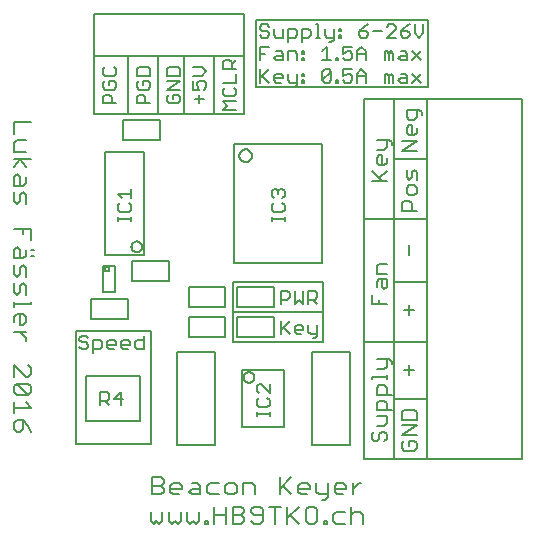
<source format=gto>
G75*
%MOIN*%
%OFA0B0*%
%FSLAX25Y25*%
%IPPOS*%
%LPD*%
%AMOC8*
5,1,8,0,0,1.08239X$1,22.5*
%
%ADD10C,0.00700*%
%ADD11C,0.00591*%
%ADD12C,0.00600*%
%ADD13C,0.00800*%
D10*
X0112252Y0044217D02*
X0112252Y0045652D01*
X0112252Y0044935D02*
X0116556Y0044935D01*
X0116556Y0045652D02*
X0116556Y0044217D01*
X0115839Y0047287D02*
X0112970Y0047287D01*
X0112252Y0048004D01*
X0112252Y0049438D01*
X0112970Y0050156D01*
X0112970Y0051891D02*
X0112252Y0052608D01*
X0112252Y0054042D01*
X0112970Y0054760D01*
X0113687Y0054760D01*
X0116556Y0051891D01*
X0116556Y0054760D01*
X0115839Y0050156D02*
X0116556Y0049438D01*
X0116556Y0048004D01*
X0115839Y0047287D01*
X0150702Y0056372D02*
X0150702Y0057189D01*
X0155606Y0057189D01*
X0155606Y0056372D02*
X0155606Y0058006D01*
X0154789Y0059809D02*
X0152337Y0059809D01*
X0154789Y0059809D02*
X0155606Y0060627D01*
X0155606Y0063079D01*
X0156424Y0063079D02*
X0157241Y0062261D01*
X0157241Y0061444D01*
X0156424Y0063079D02*
X0152337Y0063079D01*
X0161519Y0059412D02*
X0164789Y0059412D01*
X0163154Y0057778D02*
X0163154Y0061047D01*
X0155606Y0053667D02*
X0155606Y0051215D01*
X0157241Y0051215D02*
X0152337Y0051215D01*
X0152337Y0053667D01*
X0153154Y0054485D01*
X0154789Y0054485D01*
X0155606Y0053667D01*
X0154789Y0049328D02*
X0153154Y0049328D01*
X0152337Y0048511D01*
X0152337Y0046059D01*
X0157241Y0046059D01*
X0155606Y0046059D02*
X0155606Y0048511D01*
X0154789Y0049328D01*
X0155606Y0044172D02*
X0152337Y0044172D01*
X0155606Y0044172D02*
X0155606Y0041720D01*
X0154789Y0040902D01*
X0152337Y0040902D01*
X0151519Y0039016D02*
X0150702Y0038198D01*
X0150702Y0036563D01*
X0151519Y0035746D01*
X0152337Y0035746D01*
X0153154Y0036563D01*
X0153154Y0038198D01*
X0153971Y0039016D01*
X0154789Y0039016D01*
X0155606Y0038198D01*
X0155606Y0036563D01*
X0154789Y0035746D01*
X0160702Y0035073D02*
X0160702Y0033439D01*
X0161519Y0032621D01*
X0164789Y0032621D01*
X0165606Y0033439D01*
X0165606Y0035073D01*
X0164789Y0035891D01*
X0163154Y0035891D01*
X0163154Y0034256D01*
X0161519Y0035891D02*
X0160702Y0035073D01*
X0160702Y0037778D02*
X0165606Y0041047D01*
X0160702Y0041047D01*
X0160702Y0042934D02*
X0160702Y0045386D01*
X0161519Y0046204D01*
X0164789Y0046204D01*
X0165606Y0045386D01*
X0165606Y0042934D01*
X0160702Y0042934D01*
X0160702Y0037778D02*
X0165606Y0037778D01*
X0163154Y0077778D02*
X0163154Y0081047D01*
X0161519Y0079412D02*
X0164789Y0079412D01*
X0155606Y0081371D02*
X0150702Y0081371D01*
X0150702Y0084641D01*
X0153154Y0083006D02*
X0153154Y0081371D01*
X0154789Y0086528D02*
X0153971Y0087345D01*
X0153971Y0089797D01*
X0153154Y0089797D02*
X0155606Y0089797D01*
X0155606Y0087345D01*
X0154789Y0086528D01*
X0152337Y0087345D02*
X0152337Y0088980D01*
X0153154Y0089797D01*
X0152337Y0091684D02*
X0152337Y0094136D01*
X0153154Y0094954D01*
X0155606Y0094954D01*
X0155606Y0091684D02*
X0152337Y0091684D01*
X0163154Y0097778D02*
X0163154Y0101047D01*
X0163971Y0112621D02*
X0163971Y0115073D01*
X0163154Y0115891D01*
X0161519Y0115891D01*
X0160702Y0115073D01*
X0160702Y0112621D01*
X0165606Y0112621D01*
X0164789Y0117778D02*
X0163154Y0117778D01*
X0162337Y0118595D01*
X0162337Y0120230D01*
X0163154Y0121047D01*
X0164789Y0121047D01*
X0165606Y0120230D01*
X0165606Y0118595D01*
X0164789Y0117778D01*
X0165606Y0122934D02*
X0165606Y0125386D01*
X0164789Y0126204D01*
X0163971Y0125386D01*
X0163971Y0123751D01*
X0163154Y0122934D01*
X0162337Y0123751D01*
X0162337Y0126204D01*
X0160702Y0132621D02*
X0165606Y0135891D01*
X0160702Y0135891D01*
X0163154Y0137778D02*
X0162337Y0138595D01*
X0162337Y0140230D01*
X0163154Y0141047D01*
X0163971Y0141047D01*
X0163971Y0137778D01*
X0163154Y0137778D02*
X0164789Y0137778D01*
X0165606Y0138595D01*
X0165606Y0140230D01*
X0164789Y0142934D02*
X0163154Y0142934D01*
X0162337Y0143751D01*
X0162337Y0146204D01*
X0166424Y0146204D01*
X0167241Y0145386D01*
X0167241Y0144569D01*
X0165606Y0143751D02*
X0165606Y0146204D01*
X0165606Y0143751D02*
X0164789Y0142934D01*
X0157241Y0135386D02*
X0157241Y0134569D01*
X0157241Y0135386D02*
X0156424Y0136204D01*
X0152337Y0136204D01*
X0155606Y0136204D02*
X0155606Y0133751D01*
X0154789Y0132934D01*
X0152337Y0132934D01*
X0153154Y0131047D02*
X0153971Y0131047D01*
X0153971Y0127778D01*
X0153154Y0127778D02*
X0152337Y0128595D01*
X0152337Y0130230D01*
X0153154Y0131047D01*
X0155606Y0130230D02*
X0155606Y0128595D01*
X0154789Y0127778D01*
X0153154Y0127778D01*
X0150702Y0125891D02*
X0153971Y0122621D01*
X0153154Y0123439D02*
X0155606Y0125891D01*
X0155606Y0122621D02*
X0150702Y0122621D01*
X0160702Y0132621D02*
X0165606Y0132621D01*
X0121556Y0119042D02*
X0121556Y0117608D01*
X0120839Y0116891D01*
X0120839Y0115156D02*
X0121556Y0114438D01*
X0121556Y0113004D01*
X0120839Y0112287D01*
X0117970Y0112287D01*
X0117252Y0113004D01*
X0117252Y0114438D01*
X0117970Y0115156D01*
X0117970Y0116891D02*
X0117252Y0117608D01*
X0117252Y0119042D01*
X0117970Y0119760D01*
X0118687Y0119760D01*
X0119404Y0119042D01*
X0120122Y0119760D01*
X0120839Y0119760D01*
X0121556Y0119042D01*
X0119404Y0119042D02*
X0119404Y0118325D01*
X0117252Y0110652D02*
X0117252Y0109217D01*
X0117252Y0109935D02*
X0121556Y0109935D01*
X0121556Y0110652D02*
X0121556Y0109217D01*
D11*
X0134025Y0095206D02*
X0134025Y0134706D01*
X0104787Y0134706D01*
X0104787Y0095206D01*
X0134025Y0095206D01*
X0134406Y0088756D02*
X0134406Y0078756D01*
X0104406Y0078756D01*
X0104406Y0088756D01*
X0134406Y0088756D01*
X0134406Y0078756D02*
X0134406Y0068756D01*
X0104406Y0068756D01*
X0104406Y0078756D01*
X0105804Y0080409D02*
X0118009Y0080409D01*
X0118009Y0087102D01*
X0105804Y0087102D01*
X0105804Y0080409D01*
X0105804Y0077102D02*
X0105804Y0070409D01*
X0118009Y0070409D01*
X0118009Y0077102D01*
X0105804Y0077102D01*
X0101759Y0077102D02*
X0089554Y0077102D01*
X0089554Y0070409D01*
X0101759Y0070409D01*
X0101759Y0077102D01*
X0101759Y0080409D02*
X0101759Y0087102D01*
X0089554Y0087102D01*
X0089554Y0080409D01*
X0101759Y0080409D01*
X0098205Y0065360D02*
X0085607Y0065360D01*
X0085607Y0034652D01*
X0098205Y0034652D01*
X0098205Y0065360D01*
X0107320Y0059455D02*
X0107320Y0040557D01*
X0121493Y0040557D01*
X0121493Y0059455D01*
X0107320Y0059455D01*
X0107921Y0057093D02*
X0107923Y0057177D01*
X0107929Y0057260D01*
X0107939Y0057344D01*
X0107953Y0057426D01*
X0107971Y0057508D01*
X0107992Y0057589D01*
X0108018Y0057669D01*
X0108047Y0057747D01*
X0108080Y0057825D01*
X0108117Y0057900D01*
X0108157Y0057973D01*
X0108201Y0058045D01*
X0108248Y0058114D01*
X0108298Y0058182D01*
X0108351Y0058246D01*
X0108408Y0058308D01*
X0108467Y0058367D01*
X0108529Y0058424D01*
X0108593Y0058477D01*
X0108661Y0058527D01*
X0108730Y0058574D01*
X0108801Y0058618D01*
X0108875Y0058658D01*
X0108950Y0058695D01*
X0109028Y0058728D01*
X0109106Y0058757D01*
X0109186Y0058783D01*
X0109267Y0058804D01*
X0109349Y0058822D01*
X0109431Y0058836D01*
X0109515Y0058846D01*
X0109598Y0058852D01*
X0109682Y0058854D01*
X0109766Y0058852D01*
X0109849Y0058846D01*
X0109933Y0058836D01*
X0110015Y0058822D01*
X0110097Y0058804D01*
X0110178Y0058783D01*
X0110258Y0058757D01*
X0110336Y0058728D01*
X0110414Y0058695D01*
X0110489Y0058658D01*
X0110562Y0058618D01*
X0110634Y0058574D01*
X0110703Y0058527D01*
X0110771Y0058477D01*
X0110835Y0058424D01*
X0110897Y0058367D01*
X0110956Y0058308D01*
X0111013Y0058246D01*
X0111066Y0058182D01*
X0111116Y0058114D01*
X0111163Y0058045D01*
X0111207Y0057974D01*
X0111247Y0057900D01*
X0111284Y0057825D01*
X0111317Y0057747D01*
X0111346Y0057669D01*
X0111372Y0057589D01*
X0111393Y0057508D01*
X0111411Y0057426D01*
X0111425Y0057344D01*
X0111435Y0057260D01*
X0111441Y0057177D01*
X0111443Y0057093D01*
X0111441Y0057009D01*
X0111435Y0056926D01*
X0111425Y0056842D01*
X0111411Y0056760D01*
X0111393Y0056678D01*
X0111372Y0056597D01*
X0111346Y0056517D01*
X0111317Y0056439D01*
X0111284Y0056361D01*
X0111247Y0056286D01*
X0111207Y0056213D01*
X0111163Y0056141D01*
X0111116Y0056072D01*
X0111066Y0056004D01*
X0111013Y0055940D01*
X0110956Y0055878D01*
X0110897Y0055819D01*
X0110835Y0055762D01*
X0110771Y0055709D01*
X0110703Y0055659D01*
X0110634Y0055612D01*
X0110563Y0055568D01*
X0110489Y0055528D01*
X0110414Y0055491D01*
X0110336Y0055458D01*
X0110258Y0055429D01*
X0110178Y0055403D01*
X0110097Y0055382D01*
X0110015Y0055364D01*
X0109933Y0055350D01*
X0109849Y0055340D01*
X0109766Y0055334D01*
X0109682Y0055332D01*
X0109598Y0055334D01*
X0109515Y0055340D01*
X0109431Y0055350D01*
X0109349Y0055364D01*
X0109267Y0055382D01*
X0109186Y0055403D01*
X0109106Y0055429D01*
X0109028Y0055458D01*
X0108950Y0055491D01*
X0108875Y0055528D01*
X0108802Y0055568D01*
X0108730Y0055612D01*
X0108661Y0055659D01*
X0108593Y0055709D01*
X0108529Y0055762D01*
X0108467Y0055819D01*
X0108408Y0055878D01*
X0108351Y0055940D01*
X0108298Y0056004D01*
X0108248Y0056072D01*
X0108201Y0056141D01*
X0108157Y0056212D01*
X0108117Y0056286D01*
X0108080Y0056361D01*
X0108047Y0056439D01*
X0108018Y0056517D01*
X0107992Y0056597D01*
X0107971Y0056678D01*
X0107953Y0056760D01*
X0107939Y0056842D01*
X0107929Y0056926D01*
X0107923Y0057009D01*
X0107921Y0057093D01*
X0130607Y0065360D02*
X0130607Y0034652D01*
X0143205Y0034652D01*
X0143205Y0065360D01*
X0130607Y0065360D01*
X0148156Y0068756D02*
X0169006Y0068756D01*
X0169006Y0050006D02*
X0158156Y0050006D01*
X0158156Y0088756D01*
X0169006Y0088756D01*
X0158156Y0088756D02*
X0158156Y0130006D01*
X0169006Y0130006D01*
X0158156Y0130006D02*
X0158156Y0150006D01*
X0169406Y0150006D01*
X0169121Y0150006D02*
X0200617Y0150006D01*
X0200617Y0030006D01*
X0169121Y0030006D01*
X0169121Y0150006D01*
X0169406Y0153756D02*
X0111906Y0153756D01*
X0111906Y0176256D01*
X0169406Y0176256D01*
X0169406Y0153756D01*
X0158156Y0150006D02*
X0148156Y0150006D01*
X0148156Y0110006D01*
X0169006Y0110006D01*
X0148156Y0110006D02*
X0148156Y0068756D01*
X0148156Y0030006D01*
X0158156Y0030006D01*
X0158156Y0050006D01*
X0158156Y0030006D02*
X0169406Y0030006D01*
X0083009Y0089159D02*
X0083009Y0095852D01*
X0070804Y0095852D01*
X0070804Y0089159D01*
X0083009Y0089159D01*
X0074652Y0097781D02*
X0061660Y0097781D01*
X0061660Y0132230D01*
X0074652Y0132230D01*
X0074652Y0097781D01*
X0070502Y0100631D02*
X0070504Y0100714D01*
X0070510Y0100798D01*
X0070520Y0100881D01*
X0070533Y0100963D01*
X0070551Y0101045D01*
X0070573Y0101125D01*
X0070598Y0101205D01*
X0070627Y0101283D01*
X0070659Y0101360D01*
X0070696Y0101436D01*
X0070735Y0101509D01*
X0070779Y0101580D01*
X0070825Y0101650D01*
X0070875Y0101717D01*
X0070928Y0101782D01*
X0070983Y0101844D01*
X0071042Y0101903D01*
X0071104Y0101960D01*
X0071168Y0102013D01*
X0071234Y0102064D01*
X0071303Y0102111D01*
X0071374Y0102155D01*
X0071447Y0102196D01*
X0071522Y0102233D01*
X0071598Y0102266D01*
X0071676Y0102296D01*
X0071756Y0102322D01*
X0071836Y0102345D01*
X0071917Y0102363D01*
X0072000Y0102378D01*
X0072082Y0102389D01*
X0072166Y0102396D01*
X0072249Y0102399D01*
X0072333Y0102398D01*
X0072416Y0102393D01*
X0072499Y0102384D01*
X0072582Y0102371D01*
X0072663Y0102355D01*
X0072744Y0102334D01*
X0072824Y0102310D01*
X0072903Y0102282D01*
X0072980Y0102250D01*
X0073056Y0102215D01*
X0073130Y0102176D01*
X0073202Y0102134D01*
X0073272Y0102088D01*
X0073339Y0102039D01*
X0073405Y0101987D01*
X0073467Y0101932D01*
X0073528Y0101874D01*
X0073585Y0101813D01*
X0073639Y0101750D01*
X0073690Y0101684D01*
X0073739Y0101615D01*
X0073783Y0101545D01*
X0073825Y0101472D01*
X0073863Y0101398D01*
X0073897Y0101322D01*
X0073928Y0101244D01*
X0073955Y0101165D01*
X0073979Y0101085D01*
X0073998Y0101004D01*
X0074014Y0100922D01*
X0074026Y0100839D01*
X0074034Y0100756D01*
X0074038Y0100673D01*
X0074038Y0100589D01*
X0074034Y0100506D01*
X0074026Y0100423D01*
X0074014Y0100340D01*
X0073998Y0100258D01*
X0073979Y0100177D01*
X0073955Y0100097D01*
X0073928Y0100018D01*
X0073897Y0099940D01*
X0073863Y0099864D01*
X0073825Y0099790D01*
X0073783Y0099717D01*
X0073739Y0099647D01*
X0073690Y0099578D01*
X0073639Y0099512D01*
X0073585Y0099449D01*
X0073528Y0099388D01*
X0073467Y0099330D01*
X0073405Y0099275D01*
X0073339Y0099223D01*
X0073272Y0099174D01*
X0073202Y0099128D01*
X0073130Y0099086D01*
X0073056Y0099047D01*
X0072980Y0099012D01*
X0072903Y0098980D01*
X0072824Y0098952D01*
X0072744Y0098928D01*
X0072663Y0098907D01*
X0072582Y0098891D01*
X0072499Y0098878D01*
X0072416Y0098869D01*
X0072333Y0098864D01*
X0072249Y0098863D01*
X0072166Y0098866D01*
X0072082Y0098873D01*
X0072000Y0098884D01*
X0071917Y0098899D01*
X0071836Y0098917D01*
X0071756Y0098940D01*
X0071676Y0098966D01*
X0071598Y0098996D01*
X0071522Y0099029D01*
X0071447Y0099066D01*
X0071374Y0099107D01*
X0071303Y0099151D01*
X0071234Y0099198D01*
X0071168Y0099249D01*
X0071104Y0099302D01*
X0071042Y0099359D01*
X0070983Y0099418D01*
X0070928Y0099480D01*
X0070875Y0099545D01*
X0070825Y0099612D01*
X0070779Y0099682D01*
X0070735Y0099753D01*
X0070696Y0099826D01*
X0070659Y0099902D01*
X0070627Y0099979D01*
X0070598Y0100057D01*
X0070573Y0100137D01*
X0070551Y0100217D01*
X0070533Y0100299D01*
X0070520Y0100381D01*
X0070510Y0100464D01*
X0070504Y0100548D01*
X0070502Y0100631D01*
X0065125Y0094337D02*
X0061188Y0094337D01*
X0061188Y0085675D01*
X0065125Y0085675D01*
X0065125Y0094337D01*
X0061582Y0093156D02*
X0061584Y0093212D01*
X0061590Y0093267D01*
X0061600Y0093321D01*
X0061613Y0093375D01*
X0061631Y0093428D01*
X0061652Y0093479D01*
X0061676Y0093529D01*
X0061704Y0093577D01*
X0061736Y0093623D01*
X0061770Y0093667D01*
X0061808Y0093708D01*
X0061848Y0093746D01*
X0061891Y0093781D01*
X0061936Y0093813D01*
X0061984Y0093842D01*
X0062033Y0093868D01*
X0062084Y0093890D01*
X0062136Y0093908D01*
X0062190Y0093922D01*
X0062245Y0093933D01*
X0062300Y0093940D01*
X0062355Y0093943D01*
X0062411Y0093942D01*
X0062466Y0093937D01*
X0062521Y0093928D01*
X0062575Y0093916D01*
X0062628Y0093899D01*
X0062680Y0093879D01*
X0062730Y0093855D01*
X0062778Y0093828D01*
X0062825Y0093798D01*
X0062869Y0093764D01*
X0062911Y0093727D01*
X0062949Y0093687D01*
X0062986Y0093645D01*
X0063019Y0093600D01*
X0063048Y0093554D01*
X0063075Y0093505D01*
X0063097Y0093454D01*
X0063117Y0093402D01*
X0063132Y0093348D01*
X0063144Y0093294D01*
X0063152Y0093239D01*
X0063156Y0093184D01*
X0063156Y0093128D01*
X0063152Y0093073D01*
X0063144Y0093018D01*
X0063132Y0092964D01*
X0063117Y0092910D01*
X0063097Y0092858D01*
X0063075Y0092807D01*
X0063048Y0092758D01*
X0063019Y0092712D01*
X0062986Y0092667D01*
X0062949Y0092625D01*
X0062911Y0092585D01*
X0062869Y0092548D01*
X0062825Y0092514D01*
X0062778Y0092484D01*
X0062730Y0092457D01*
X0062680Y0092433D01*
X0062628Y0092413D01*
X0062575Y0092396D01*
X0062521Y0092384D01*
X0062466Y0092375D01*
X0062411Y0092370D01*
X0062355Y0092369D01*
X0062300Y0092372D01*
X0062245Y0092379D01*
X0062190Y0092390D01*
X0062136Y0092404D01*
X0062084Y0092422D01*
X0062033Y0092444D01*
X0061984Y0092470D01*
X0061936Y0092499D01*
X0061891Y0092531D01*
X0061848Y0092566D01*
X0061808Y0092604D01*
X0061770Y0092645D01*
X0061736Y0092689D01*
X0061704Y0092735D01*
X0061676Y0092783D01*
X0061652Y0092833D01*
X0061631Y0092884D01*
X0061613Y0092937D01*
X0061600Y0092991D01*
X0061590Y0093045D01*
X0061584Y0093100D01*
X0061582Y0093156D01*
X0057054Y0083352D02*
X0057054Y0076659D01*
X0069259Y0076659D01*
X0069259Y0083352D01*
X0057054Y0083352D01*
X0051906Y0072506D02*
X0051906Y0035006D01*
X0076906Y0035006D01*
X0076906Y0072506D01*
X0051906Y0072506D01*
X0055351Y0057486D02*
X0055351Y0042526D01*
X0073461Y0042526D01*
X0073461Y0057486D01*
X0055351Y0057486D01*
X0106481Y0131006D02*
X0106483Y0131098D01*
X0106489Y0131189D01*
X0106499Y0131280D01*
X0106513Y0131371D01*
X0106531Y0131461D01*
X0106553Y0131550D01*
X0106578Y0131637D01*
X0106608Y0131724D01*
X0106641Y0131810D01*
X0106678Y0131893D01*
X0106718Y0131976D01*
X0106762Y0132056D01*
X0106810Y0132134D01*
X0106861Y0132211D01*
X0106915Y0132284D01*
X0106972Y0132356D01*
X0107033Y0132425D01*
X0107096Y0132491D01*
X0107162Y0132554D01*
X0107231Y0132615D01*
X0107303Y0132672D01*
X0107376Y0132726D01*
X0107453Y0132777D01*
X0107531Y0132825D01*
X0107611Y0132869D01*
X0107694Y0132909D01*
X0107777Y0132946D01*
X0107863Y0132979D01*
X0107950Y0133009D01*
X0108037Y0133034D01*
X0108126Y0133056D01*
X0108216Y0133074D01*
X0108307Y0133088D01*
X0108398Y0133098D01*
X0108489Y0133104D01*
X0108581Y0133106D01*
X0108673Y0133104D01*
X0108764Y0133098D01*
X0108855Y0133088D01*
X0108946Y0133074D01*
X0109036Y0133056D01*
X0109125Y0133034D01*
X0109212Y0133009D01*
X0109299Y0132979D01*
X0109385Y0132946D01*
X0109468Y0132909D01*
X0109551Y0132869D01*
X0109631Y0132825D01*
X0109709Y0132777D01*
X0109786Y0132726D01*
X0109859Y0132672D01*
X0109931Y0132615D01*
X0110000Y0132554D01*
X0110066Y0132491D01*
X0110129Y0132425D01*
X0110190Y0132356D01*
X0110247Y0132284D01*
X0110301Y0132211D01*
X0110352Y0132134D01*
X0110400Y0132056D01*
X0110444Y0131976D01*
X0110484Y0131893D01*
X0110521Y0131810D01*
X0110554Y0131724D01*
X0110584Y0131637D01*
X0110609Y0131550D01*
X0110631Y0131461D01*
X0110649Y0131371D01*
X0110663Y0131280D01*
X0110673Y0131189D01*
X0110679Y0131098D01*
X0110681Y0131006D01*
X0110679Y0130914D01*
X0110673Y0130823D01*
X0110663Y0130732D01*
X0110649Y0130641D01*
X0110631Y0130551D01*
X0110609Y0130462D01*
X0110584Y0130375D01*
X0110554Y0130288D01*
X0110521Y0130202D01*
X0110484Y0130119D01*
X0110444Y0130036D01*
X0110400Y0129956D01*
X0110352Y0129878D01*
X0110301Y0129801D01*
X0110247Y0129728D01*
X0110190Y0129656D01*
X0110129Y0129587D01*
X0110066Y0129521D01*
X0110000Y0129458D01*
X0109931Y0129397D01*
X0109859Y0129340D01*
X0109786Y0129286D01*
X0109709Y0129235D01*
X0109631Y0129187D01*
X0109551Y0129143D01*
X0109468Y0129103D01*
X0109385Y0129066D01*
X0109299Y0129033D01*
X0109212Y0129003D01*
X0109125Y0128978D01*
X0109036Y0128956D01*
X0108946Y0128938D01*
X0108855Y0128924D01*
X0108764Y0128914D01*
X0108673Y0128908D01*
X0108581Y0128906D01*
X0108489Y0128908D01*
X0108398Y0128914D01*
X0108307Y0128924D01*
X0108216Y0128938D01*
X0108126Y0128956D01*
X0108037Y0128978D01*
X0107950Y0129003D01*
X0107863Y0129033D01*
X0107777Y0129066D01*
X0107694Y0129103D01*
X0107611Y0129143D01*
X0107531Y0129187D01*
X0107453Y0129235D01*
X0107376Y0129286D01*
X0107303Y0129340D01*
X0107231Y0129397D01*
X0107162Y0129458D01*
X0107096Y0129521D01*
X0107033Y0129587D01*
X0106972Y0129656D01*
X0106915Y0129728D01*
X0106861Y0129801D01*
X0106810Y0129878D01*
X0106762Y0129956D01*
X0106718Y0130036D01*
X0106678Y0130119D01*
X0106641Y0130202D01*
X0106608Y0130288D01*
X0106578Y0130375D01*
X0106553Y0130462D01*
X0106531Y0130551D01*
X0106513Y0130641D01*
X0106499Y0130732D01*
X0106489Y0130823D01*
X0106483Y0130914D01*
X0106481Y0131006D01*
X0108156Y0145006D02*
X0098156Y0145006D01*
X0098156Y0164056D01*
X0088156Y0164056D02*
X0088156Y0145006D01*
X0079406Y0145006D01*
X0079406Y0164056D01*
X0069406Y0164056D02*
X0069406Y0145006D01*
X0058156Y0145006D01*
X0058156Y0164656D01*
X0058156Y0164256D02*
X0058156Y0178256D01*
X0108156Y0178256D01*
X0108156Y0164256D01*
X0058156Y0164256D01*
X0069406Y0145006D02*
X0079406Y0145006D01*
X0079884Y0142727D02*
X0079884Y0136034D01*
X0067679Y0136034D01*
X0067679Y0142727D01*
X0079884Y0142727D01*
X0088156Y0145006D02*
X0098156Y0145006D01*
X0108156Y0145006D02*
X0108156Y0164356D01*
D12*
X0105356Y0162846D02*
X0103888Y0161378D01*
X0103888Y0162112D02*
X0103888Y0159910D01*
X0105356Y0159910D02*
X0100952Y0159910D01*
X0100952Y0162112D01*
X0101686Y0162846D01*
X0103154Y0162846D01*
X0103888Y0162112D01*
X0105356Y0158242D02*
X0105356Y0155306D01*
X0100952Y0155306D01*
X0101686Y0153638D02*
X0100952Y0152904D01*
X0100952Y0151436D01*
X0101686Y0150702D01*
X0104622Y0150702D01*
X0105356Y0151436D01*
X0105356Y0152904D01*
X0104622Y0153638D01*
X0105356Y0149034D02*
X0100952Y0149034D01*
X0102420Y0147566D01*
X0100952Y0146098D01*
X0105356Y0146098D01*
X0113456Y0155306D02*
X0113456Y0159710D01*
X0114190Y0157508D02*
X0116392Y0155306D01*
X0118060Y0156040D02*
X0118060Y0157508D01*
X0118794Y0158242D01*
X0120262Y0158242D01*
X0120996Y0157508D01*
X0120996Y0156774D01*
X0118060Y0156774D01*
X0118060Y0156040D02*
X0118794Y0155306D01*
X0120262Y0155306D01*
X0122664Y0156040D02*
X0123398Y0155306D01*
X0125600Y0155306D01*
X0125600Y0154572D02*
X0124866Y0153838D01*
X0124132Y0153838D01*
X0125600Y0154572D02*
X0125600Y0158242D01*
X0127268Y0158242D02*
X0127268Y0157508D01*
X0128002Y0157508D01*
X0128002Y0158242D01*
X0127268Y0158242D01*
X0127268Y0156040D02*
X0127268Y0155306D01*
X0128002Y0155306D01*
X0128002Y0156040D01*
X0127268Y0156040D01*
X0122664Y0156040D02*
X0122664Y0158242D01*
X0122664Y0162806D02*
X0122664Y0165742D01*
X0124866Y0165742D01*
X0125600Y0165008D01*
X0125600Y0162806D01*
X0127268Y0162806D02*
X0127268Y0163540D01*
X0128002Y0163540D01*
X0128002Y0162806D01*
X0127268Y0162806D01*
X0127268Y0165008D02*
X0127268Y0165742D01*
X0128002Y0165742D01*
X0128002Y0165008D01*
X0127268Y0165008D01*
X0127268Y0168838D02*
X0127268Y0173242D01*
X0129470Y0173242D01*
X0130204Y0172508D01*
X0130204Y0171040D01*
X0129470Y0170306D01*
X0127268Y0170306D01*
X0125600Y0171040D02*
X0124866Y0170306D01*
X0122664Y0170306D01*
X0122664Y0168838D02*
X0122664Y0173242D01*
X0124866Y0173242D01*
X0125600Y0172508D01*
X0125600Y0171040D01*
X0120996Y0170306D02*
X0120996Y0173242D01*
X0118060Y0173242D02*
X0118060Y0171040D01*
X0118794Y0170306D01*
X0120996Y0170306D01*
X0120262Y0165742D02*
X0118794Y0165742D01*
X0120262Y0165742D02*
X0120996Y0165008D01*
X0120996Y0162806D01*
X0118794Y0162806D01*
X0118060Y0163540D01*
X0118794Y0164274D01*
X0120996Y0164274D01*
X0116392Y0167210D02*
X0113456Y0167210D01*
X0113456Y0162806D01*
X0113456Y0165008D02*
X0114924Y0165008D01*
X0114190Y0170306D02*
X0113456Y0171040D01*
X0114190Y0170306D02*
X0115658Y0170306D01*
X0116392Y0171040D01*
X0116392Y0171774D01*
X0115658Y0172508D01*
X0114190Y0172508D01*
X0113456Y0173242D01*
X0113456Y0173976D01*
X0114190Y0174710D01*
X0115658Y0174710D01*
X0116392Y0173976D01*
X0116392Y0159710D02*
X0113456Y0156774D01*
X0095356Y0155206D02*
X0095356Y0153738D01*
X0094622Y0153004D01*
X0093154Y0153004D02*
X0092420Y0154472D01*
X0092420Y0155206D01*
X0093154Y0155940D01*
X0094622Y0155940D01*
X0095356Y0155206D01*
X0093888Y0157608D02*
X0095356Y0159076D01*
X0093888Y0160544D01*
X0090952Y0160544D01*
X0090952Y0157608D02*
X0093888Y0157608D01*
X0090952Y0155940D02*
X0090952Y0153004D01*
X0093154Y0153004D01*
X0093154Y0151336D02*
X0093154Y0148400D01*
X0091686Y0149868D02*
X0094622Y0149868D01*
X0086606Y0149134D02*
X0086606Y0150602D01*
X0085872Y0151336D01*
X0084404Y0151336D01*
X0084404Y0149868D01*
X0082936Y0151336D02*
X0082202Y0150602D01*
X0082202Y0149134D01*
X0082936Y0148400D01*
X0085872Y0148400D01*
X0086606Y0149134D01*
X0086606Y0153004D02*
X0082202Y0153004D01*
X0086606Y0155940D01*
X0082202Y0155940D01*
X0082202Y0157608D02*
X0082202Y0159810D01*
X0082936Y0160544D01*
X0085872Y0160544D01*
X0086606Y0159810D01*
X0086606Y0157608D01*
X0082202Y0157608D01*
X0076606Y0157608D02*
X0076606Y0159810D01*
X0075872Y0160544D01*
X0072936Y0160544D01*
X0072202Y0159810D01*
X0072202Y0157608D01*
X0076606Y0157608D01*
X0075872Y0155940D02*
X0074404Y0155940D01*
X0074404Y0154472D01*
X0072936Y0155940D02*
X0072202Y0155206D01*
X0072202Y0153738D01*
X0072936Y0153004D01*
X0075872Y0153004D01*
X0076606Y0153738D01*
X0076606Y0155206D01*
X0075872Y0155940D01*
X0074404Y0151336D02*
X0072936Y0151336D01*
X0072202Y0150602D01*
X0072202Y0148400D01*
X0076606Y0148400D01*
X0075138Y0148400D02*
X0075138Y0150602D01*
X0074404Y0151336D01*
X0065356Y0153738D02*
X0065356Y0155206D01*
X0064622Y0155940D01*
X0063154Y0155940D01*
X0063154Y0154472D01*
X0061686Y0155940D02*
X0060952Y0155206D01*
X0060952Y0153738D01*
X0061686Y0153004D01*
X0064622Y0153004D01*
X0065356Y0153738D01*
X0063154Y0151336D02*
X0063888Y0150602D01*
X0063888Y0148400D01*
X0065356Y0148400D02*
X0060952Y0148400D01*
X0060952Y0150602D01*
X0061686Y0151336D01*
X0063154Y0151336D01*
X0061686Y0157608D02*
X0064622Y0157608D01*
X0065356Y0158342D01*
X0065356Y0159810D01*
X0064622Y0160544D01*
X0061686Y0160544D02*
X0060952Y0159810D01*
X0060952Y0158342D01*
X0061686Y0157608D01*
X0070356Y0119776D02*
X0070356Y0116841D01*
X0070356Y0118308D02*
X0065952Y0118308D01*
X0067420Y0116841D01*
X0066686Y0115172D02*
X0065952Y0114438D01*
X0065952Y0112971D01*
X0066686Y0112237D01*
X0069622Y0112237D01*
X0070356Y0112971D01*
X0070356Y0114438D01*
X0069622Y0115172D01*
X0070356Y0110635D02*
X0070356Y0109167D01*
X0070356Y0109901D02*
X0065952Y0109901D01*
X0065952Y0109167D02*
X0065952Y0110635D01*
X0074548Y0070960D02*
X0074548Y0066556D01*
X0072346Y0066556D01*
X0071612Y0067290D01*
X0071612Y0068758D01*
X0072346Y0069492D01*
X0074548Y0069492D01*
X0069944Y0068758D02*
X0069944Y0068024D01*
X0067008Y0068024D01*
X0067008Y0068758D02*
X0067742Y0069492D01*
X0069210Y0069492D01*
X0069944Y0068758D01*
X0069210Y0066556D02*
X0067742Y0066556D01*
X0067008Y0067290D01*
X0067008Y0068758D01*
X0065340Y0068758D02*
X0065340Y0068024D01*
X0062404Y0068024D01*
X0062404Y0068758D02*
X0063138Y0069492D01*
X0064606Y0069492D01*
X0065340Y0068758D01*
X0064606Y0066556D02*
X0063138Y0066556D01*
X0062404Y0067290D01*
X0062404Y0068758D01*
X0060736Y0068758D02*
X0060002Y0069492D01*
X0057800Y0069492D01*
X0057800Y0065088D01*
X0057800Y0066556D02*
X0060002Y0066556D01*
X0060736Y0067290D01*
X0060736Y0068758D01*
X0056132Y0068024D02*
X0056132Y0067290D01*
X0055398Y0066556D01*
X0053930Y0066556D01*
X0053196Y0067290D01*
X0053930Y0068758D02*
X0055398Y0068758D01*
X0056132Y0068024D01*
X0056132Y0070226D02*
X0055398Y0070960D01*
X0053930Y0070960D01*
X0053196Y0070226D01*
X0053196Y0069492D01*
X0053930Y0068758D01*
X0060102Y0052210D02*
X0062304Y0052210D01*
X0063038Y0051476D01*
X0063038Y0050008D01*
X0062304Y0049274D01*
X0060102Y0049274D01*
X0060102Y0047806D02*
X0060102Y0052210D01*
X0061570Y0049274D02*
X0063038Y0047806D01*
X0064706Y0050008D02*
X0067642Y0050008D01*
X0066908Y0047806D02*
X0066908Y0052210D01*
X0064706Y0050008D01*
X0120300Y0071556D02*
X0120300Y0075960D01*
X0121034Y0073758D02*
X0123236Y0071556D01*
X0124904Y0072290D02*
X0124904Y0073758D01*
X0125638Y0074492D01*
X0127106Y0074492D01*
X0127840Y0073758D01*
X0127840Y0073024D01*
X0124904Y0073024D01*
X0124904Y0072290D02*
X0125638Y0071556D01*
X0127106Y0071556D01*
X0129508Y0072290D02*
X0129508Y0074492D01*
X0129508Y0072290D02*
X0130242Y0071556D01*
X0132444Y0071556D01*
X0132444Y0070822D02*
X0131710Y0070088D01*
X0130976Y0070088D01*
X0132444Y0070822D02*
X0132444Y0074492D01*
X0132444Y0081556D02*
X0130976Y0083024D01*
X0131710Y0083024D02*
X0129508Y0083024D01*
X0129508Y0081556D02*
X0129508Y0085960D01*
X0131710Y0085960D01*
X0132444Y0085226D01*
X0132444Y0083758D01*
X0131710Y0083024D01*
X0127840Y0081556D02*
X0127840Y0085960D01*
X0124904Y0085960D02*
X0124904Y0081556D01*
X0126372Y0083024D01*
X0127840Y0081556D01*
X0123236Y0083758D02*
X0122502Y0083024D01*
X0120300Y0083024D01*
X0120300Y0081556D02*
X0120300Y0085960D01*
X0122502Y0085960D01*
X0123236Y0085226D01*
X0123236Y0083758D01*
X0123236Y0075960D02*
X0120300Y0073024D01*
X0134908Y0155306D02*
X0134174Y0156040D01*
X0137110Y0158976D01*
X0137110Y0156040D01*
X0136376Y0155306D01*
X0134908Y0155306D01*
X0134174Y0156040D02*
X0134174Y0158976D01*
X0134908Y0159710D01*
X0136376Y0159710D01*
X0137110Y0158976D01*
X0138778Y0156040D02*
X0139512Y0156040D01*
X0139512Y0155306D01*
X0138778Y0155306D01*
X0138778Y0156040D01*
X0141080Y0156040D02*
X0141814Y0155306D01*
X0143282Y0155306D01*
X0144016Y0156040D01*
X0144016Y0157508D01*
X0143282Y0158242D01*
X0142548Y0158242D01*
X0141080Y0157508D01*
X0141080Y0159710D01*
X0144016Y0159710D01*
X0145684Y0158242D02*
X0147152Y0159710D01*
X0148619Y0158242D01*
X0148619Y0155306D01*
X0148619Y0157508D02*
X0145684Y0157508D01*
X0145684Y0158242D02*
X0145684Y0155306D01*
X0145684Y0162806D02*
X0145684Y0165742D01*
X0147152Y0167210D01*
X0148619Y0165742D01*
X0148619Y0162806D01*
X0148619Y0165008D02*
X0145684Y0165008D01*
X0144016Y0165008D02*
X0144016Y0163540D01*
X0143282Y0162806D01*
X0141814Y0162806D01*
X0141080Y0163540D01*
X0141080Y0165008D02*
X0142548Y0165742D01*
X0143282Y0165742D01*
X0144016Y0165008D01*
X0144016Y0167210D02*
X0141080Y0167210D01*
X0141080Y0165008D01*
X0139512Y0163540D02*
X0139512Y0162806D01*
X0138778Y0162806D01*
X0138778Y0163540D01*
X0139512Y0163540D01*
X0137110Y0162806D02*
X0134174Y0162806D01*
X0135642Y0162806D02*
X0135642Y0167210D01*
X0134174Y0165742D01*
X0136409Y0168838D02*
X0137143Y0168838D01*
X0137877Y0169572D01*
X0137877Y0173242D01*
X0139545Y0173242D02*
X0139545Y0172508D01*
X0140279Y0172508D01*
X0140279Y0173242D01*
X0139545Y0173242D01*
X0139545Y0171040D02*
X0139545Y0170306D01*
X0140279Y0170306D01*
X0140279Y0171040D01*
X0139545Y0171040D01*
X0137877Y0170306D02*
X0135675Y0170306D01*
X0134941Y0171040D01*
X0134941Y0173242D01*
X0132606Y0174710D02*
X0132606Y0170306D01*
X0131872Y0170306D02*
X0133340Y0170306D01*
X0132606Y0174710D02*
X0131872Y0174710D01*
X0146451Y0172508D02*
X0146451Y0171040D01*
X0147185Y0170306D01*
X0148653Y0170306D01*
X0149387Y0171040D01*
X0149387Y0171774D01*
X0148653Y0172508D01*
X0146451Y0172508D01*
X0147919Y0173976D01*
X0149387Y0174710D01*
X0151055Y0172508D02*
X0153991Y0172508D01*
X0155659Y0173976D02*
X0156393Y0174710D01*
X0157861Y0174710D01*
X0158595Y0173976D01*
X0158595Y0173242D01*
X0155659Y0170306D01*
X0158595Y0170306D01*
X0160263Y0171040D02*
X0160997Y0170306D01*
X0162465Y0170306D01*
X0163199Y0171040D01*
X0163199Y0171774D01*
X0162465Y0172508D01*
X0160263Y0172508D01*
X0160263Y0171040D01*
X0160263Y0172508D02*
X0161731Y0173976D01*
X0163199Y0174710D01*
X0164867Y0174710D02*
X0164867Y0171774D01*
X0166335Y0170306D01*
X0167802Y0171774D01*
X0167802Y0174710D01*
X0167035Y0165742D02*
X0164099Y0162806D01*
X0162431Y0162806D02*
X0160229Y0162806D01*
X0159495Y0163540D01*
X0160229Y0164274D01*
X0162431Y0164274D01*
X0162431Y0165008D02*
X0162431Y0162806D01*
X0162431Y0165008D02*
X0161697Y0165742D01*
X0160229Y0165742D01*
X0157827Y0165008D02*
X0157827Y0162806D01*
X0156359Y0162806D02*
X0156359Y0165008D01*
X0157093Y0165742D01*
X0157827Y0165008D01*
X0156359Y0165008D02*
X0155625Y0165742D01*
X0154891Y0165742D01*
X0154891Y0162806D01*
X0154891Y0158242D02*
X0155625Y0158242D01*
X0156359Y0157508D01*
X0157093Y0158242D01*
X0157827Y0157508D01*
X0157827Y0155306D01*
X0156359Y0155306D02*
X0156359Y0157508D01*
X0154891Y0158242D02*
X0154891Y0155306D01*
X0159495Y0156040D02*
X0160229Y0156774D01*
X0162431Y0156774D01*
X0162431Y0157508D02*
X0162431Y0155306D01*
X0160229Y0155306D01*
X0159495Y0156040D01*
X0160229Y0158242D02*
X0161697Y0158242D01*
X0162431Y0157508D01*
X0164099Y0158242D02*
X0167035Y0155306D01*
X0164099Y0155306D02*
X0167035Y0158242D01*
X0167035Y0162806D02*
X0164099Y0165742D01*
D13*
X0033284Y0038977D02*
X0032316Y0038977D01*
X0031349Y0039944D01*
X0031349Y0041879D01*
X0032316Y0042847D01*
X0034251Y0042847D01*
X0034251Y0039944D01*
X0033284Y0038977D01*
X0036186Y0040912D02*
X0034251Y0042847D01*
X0036186Y0040912D02*
X0037154Y0038977D01*
X0031349Y0045054D02*
X0031349Y0048924D01*
X0031349Y0046989D02*
X0037154Y0046989D01*
X0035219Y0048924D01*
X0036186Y0051131D02*
X0032316Y0055001D01*
X0031349Y0054034D01*
X0031349Y0052099D01*
X0032316Y0051131D01*
X0036186Y0051131D01*
X0037154Y0052099D01*
X0037154Y0054034D01*
X0036186Y0055001D01*
X0032316Y0055001D01*
X0031349Y0057208D02*
X0031349Y0061078D01*
X0035219Y0057208D01*
X0036186Y0057208D01*
X0037154Y0058176D01*
X0037154Y0060111D01*
X0036186Y0061078D01*
X0035219Y0069317D02*
X0035219Y0070285D01*
X0033284Y0072220D01*
X0031349Y0072220D02*
X0035219Y0072220D01*
X0034251Y0074427D02*
X0033284Y0074427D01*
X0033284Y0078297D01*
X0034251Y0078297D02*
X0035219Y0077330D01*
X0035219Y0075395D01*
X0034251Y0074427D01*
X0031349Y0075395D02*
X0031349Y0077330D01*
X0032316Y0078297D01*
X0034251Y0078297D01*
X0031349Y0080414D02*
X0031349Y0082349D01*
X0031349Y0081381D02*
X0037154Y0081381D01*
X0037154Y0082349D01*
X0035219Y0084556D02*
X0035219Y0087458D01*
X0034251Y0088426D01*
X0033284Y0087458D01*
X0033284Y0085523D01*
X0032316Y0084556D01*
X0031349Y0085523D01*
X0031349Y0088426D01*
X0032316Y0090633D02*
X0033284Y0091600D01*
X0033284Y0093535D01*
X0034251Y0094503D01*
X0035219Y0093535D01*
X0035219Y0090633D01*
X0032316Y0090633D02*
X0031349Y0091600D01*
X0031349Y0094503D01*
X0031349Y0096710D02*
X0031349Y0099613D01*
X0032316Y0100580D01*
X0033284Y0099613D01*
X0033284Y0096710D01*
X0034251Y0096710D02*
X0031349Y0096710D01*
X0034251Y0096710D02*
X0035219Y0097678D01*
X0035219Y0099613D01*
X0037154Y0099613D02*
X0038121Y0099613D01*
X0038121Y0097678D02*
X0037154Y0097678D01*
X0037154Y0102787D02*
X0037154Y0106657D01*
X0031349Y0106657D01*
X0034251Y0106657D02*
X0034251Y0104722D01*
X0035219Y0114942D02*
X0035219Y0117844D01*
X0034251Y0118812D01*
X0033284Y0117844D01*
X0033284Y0115909D01*
X0032316Y0114942D01*
X0031349Y0115909D01*
X0031349Y0118812D01*
X0031349Y0121019D02*
X0031349Y0123921D01*
X0032316Y0124889D01*
X0033284Y0123921D01*
X0033284Y0121019D01*
X0034251Y0121019D02*
X0031349Y0121019D01*
X0034251Y0121019D02*
X0035219Y0121986D01*
X0035219Y0123921D01*
X0035219Y0127051D02*
X0033284Y0129953D01*
X0031349Y0127051D01*
X0031349Y0129953D02*
X0037154Y0129953D01*
X0035219Y0132160D02*
X0031349Y0132160D01*
X0031349Y0135063D01*
X0032316Y0136030D01*
X0035219Y0136030D01*
X0031349Y0138238D02*
X0031349Y0142108D01*
X0037154Y0142108D01*
X0077432Y0023846D02*
X0080335Y0023846D01*
X0081302Y0022878D01*
X0081302Y0021911D01*
X0080335Y0020943D01*
X0077432Y0020943D01*
X0077432Y0018041D02*
X0077432Y0023846D01*
X0080335Y0020943D02*
X0081302Y0019976D01*
X0081302Y0019008D01*
X0080335Y0018041D01*
X0077432Y0018041D01*
X0076926Y0012068D02*
X0076926Y0009166D01*
X0077893Y0008198D01*
X0078861Y0009166D01*
X0079828Y0008198D01*
X0080796Y0009166D01*
X0080796Y0012068D01*
X0083003Y0012068D02*
X0083003Y0009166D01*
X0083970Y0008198D01*
X0084938Y0009166D01*
X0085905Y0008198D01*
X0086873Y0009166D01*
X0086873Y0012068D01*
X0089080Y0012068D02*
X0089080Y0009166D01*
X0090048Y0008198D01*
X0091015Y0009166D01*
X0091983Y0008198D01*
X0092950Y0009166D01*
X0092950Y0012068D01*
X0095157Y0009166D02*
X0096125Y0009166D01*
X0096125Y0008198D01*
X0095157Y0008198D01*
X0095157Y0009166D01*
X0098196Y0008198D02*
X0098196Y0014003D01*
X0098196Y0011101D02*
X0102066Y0011101D01*
X0104273Y0011101D02*
X0107176Y0011101D01*
X0108143Y0010133D01*
X0108143Y0009166D01*
X0107176Y0008198D01*
X0104273Y0008198D01*
X0104273Y0014003D01*
X0107176Y0014003D01*
X0108143Y0013036D01*
X0108143Y0012068D01*
X0107176Y0011101D01*
X0110350Y0012068D02*
X0111318Y0011101D01*
X0114220Y0011101D01*
X0114220Y0013036D02*
X0113253Y0014003D01*
X0111318Y0014003D01*
X0110350Y0013036D01*
X0110350Y0012068D01*
X0110350Y0009166D02*
X0111318Y0008198D01*
X0113253Y0008198D01*
X0114220Y0009166D01*
X0114220Y0013036D01*
X0116427Y0014003D02*
X0120297Y0014003D01*
X0118362Y0014003D02*
X0118362Y0008198D01*
X0122505Y0008198D02*
X0122505Y0014003D01*
X0123472Y0011101D02*
X0126375Y0008198D01*
X0128582Y0009166D02*
X0129549Y0008198D01*
X0131484Y0008198D01*
X0132452Y0009166D01*
X0132452Y0013036D01*
X0131484Y0014003D01*
X0129549Y0014003D01*
X0128582Y0013036D01*
X0128582Y0009166D01*
X0126375Y0014003D02*
X0122505Y0010133D01*
X0123842Y0018041D02*
X0120940Y0020943D01*
X0119972Y0019976D02*
X0123842Y0023846D01*
X0126050Y0020943D02*
X0127017Y0021911D01*
X0128952Y0021911D01*
X0129920Y0020943D01*
X0129920Y0019976D01*
X0126050Y0019976D01*
X0126050Y0020943D02*
X0126050Y0019008D01*
X0127017Y0018041D01*
X0128952Y0018041D01*
X0132127Y0019008D02*
X0132127Y0021911D01*
X0132127Y0019008D02*
X0133094Y0018041D01*
X0135997Y0018041D01*
X0135997Y0017073D02*
X0135029Y0016106D01*
X0134062Y0016106D01*
X0135997Y0017073D02*
X0135997Y0021911D01*
X0138204Y0020943D02*
X0138204Y0019008D01*
X0139171Y0018041D01*
X0141106Y0018041D01*
X0142074Y0019976D02*
X0138204Y0019976D01*
X0138204Y0020943D02*
X0139171Y0021911D01*
X0141106Y0021911D01*
X0142074Y0020943D01*
X0142074Y0019976D01*
X0144281Y0019976D02*
X0146216Y0021911D01*
X0147184Y0021911D01*
X0144281Y0021911D02*
X0144281Y0018041D01*
X0143775Y0014003D02*
X0143775Y0008198D01*
X0141568Y0008198D02*
X0138665Y0008198D01*
X0137698Y0009166D01*
X0137698Y0011101D01*
X0138665Y0012068D01*
X0141568Y0012068D01*
X0143775Y0011101D02*
X0144742Y0012068D01*
X0146677Y0012068D01*
X0147645Y0011101D01*
X0147645Y0008198D01*
X0135626Y0008198D02*
X0134659Y0008198D01*
X0134659Y0009166D01*
X0135626Y0009166D01*
X0135626Y0008198D01*
X0119972Y0018041D02*
X0119972Y0023846D01*
X0111688Y0020943D02*
X0111688Y0018041D01*
X0111688Y0020943D02*
X0110721Y0021911D01*
X0107818Y0021911D01*
X0107818Y0018041D01*
X0105611Y0019008D02*
X0105611Y0020943D01*
X0104643Y0021911D01*
X0102708Y0021911D01*
X0101741Y0020943D01*
X0101741Y0019008D01*
X0102708Y0018041D01*
X0104643Y0018041D01*
X0105611Y0019008D01*
X0102066Y0014003D02*
X0102066Y0008198D01*
X0099534Y0018041D02*
X0096631Y0018041D01*
X0095664Y0019008D01*
X0095664Y0020943D01*
X0096631Y0021911D01*
X0099534Y0021911D01*
X0093456Y0020943D02*
X0093456Y0018041D01*
X0090554Y0018041D01*
X0089586Y0019008D01*
X0090554Y0019976D01*
X0093456Y0019976D01*
X0093456Y0020943D02*
X0092489Y0021911D01*
X0090554Y0021911D01*
X0087379Y0020943D02*
X0087379Y0019976D01*
X0083509Y0019976D01*
X0083509Y0020943D02*
X0083509Y0019008D01*
X0084477Y0018041D01*
X0086412Y0018041D01*
X0087379Y0020943D02*
X0086412Y0021911D01*
X0084477Y0021911D01*
X0083509Y0020943D01*
M02*

</source>
